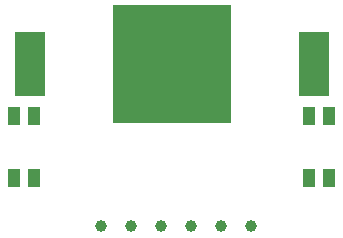
<source format=gbp>
G04 #@! TF.GenerationSoftware,KiCad,Pcbnew,5.0.1*
G04 #@! TF.CreationDate,2019-02-14T21:06:13+01:00*
G04 #@! TF.ProjectId,AnalogWatch,416E616C6F6757617463682E6B696361,rev?*
G04 #@! TF.SameCoordinates,Original*
G04 #@! TF.FileFunction,Paste,Bot*
G04 #@! TF.FilePolarity,Positive*
%FSLAX46Y46*%
G04 Gerber Fmt 4.6, Leading zero omitted, Abs format (unit mm)*
G04 Created by KiCad (PCBNEW 5.0.1) date Do 14 Feb 2019 21:06:13 CET*
%MOMM*%
%LPD*%
G01*
G04 APERTURE LIST*
%ADD10R,10.000000X10.000000*%
%ADD11R,2.500000X5.500000*%
%ADD12C,1.000000*%
%ADD13R,1.000000X1.550000*%
G04 APERTURE END LIST*
D10*
G04 #@! TO.C,BT1*
X100000000Y-95500000D03*
D11*
X88000000Y-95500000D03*
X112000000Y-95500000D03*
G04 #@! TD*
D12*
G04 #@! TO.C,J1*
X101600000Y-109220000D03*
G04 #@! TD*
G04 #@! TO.C,J2*
X99060000Y-109220000D03*
G04 #@! TD*
G04 #@! TO.C,J3*
X93980000Y-109220000D03*
G04 #@! TD*
G04 #@! TO.C,J4*
X106680000Y-109220000D03*
G04 #@! TD*
G04 #@! TO.C,J5*
X104140000Y-109220000D03*
G04 #@! TD*
G04 #@! TO.C,J6*
X96520000Y-109220000D03*
G04 #@! TD*
D13*
G04 #@! TO.C,SW1*
X86650000Y-105125000D03*
X86650000Y-99875000D03*
X88350000Y-99875000D03*
X88350000Y-105125000D03*
G04 #@! TD*
G04 #@! TO.C,SW2*
X113350000Y-99875000D03*
X113350000Y-105125000D03*
X111650000Y-105125000D03*
X111650000Y-99875000D03*
G04 #@! TD*
M02*

</source>
